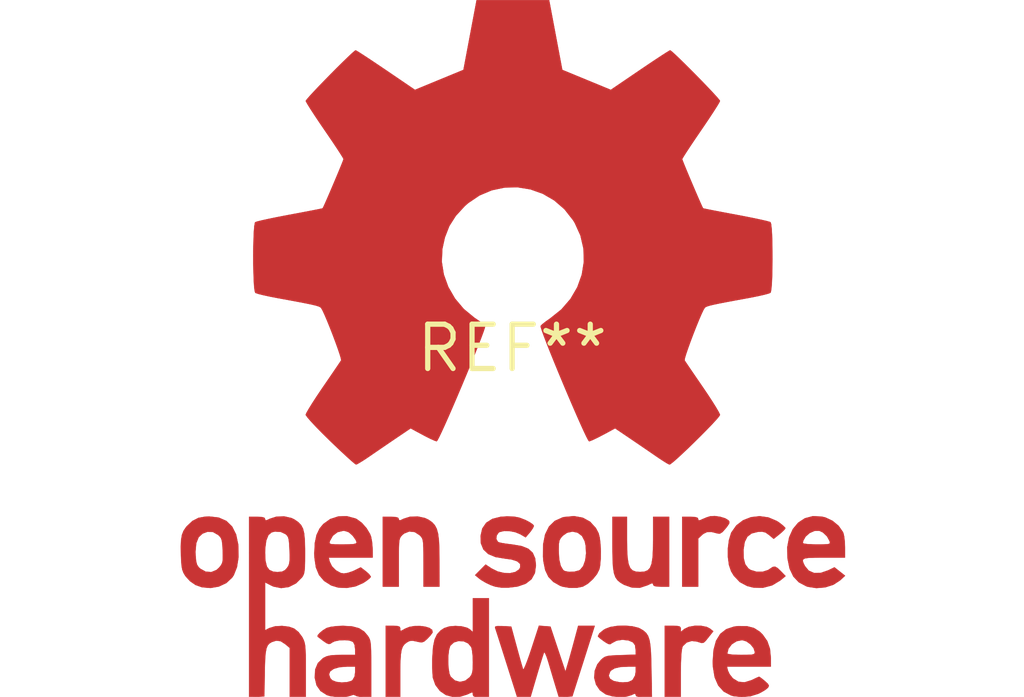
<source format=kicad_pcb>
(kicad_pcb (version 20240108) (generator pcbnew)
  (layers (0 "F.Cu" signal) (31 "B.Cu" signal) (34 "B.Paste" user) (35 "F.Paste" user) (36 "B.SilkS" user "B.Silkscreen") (37 "F.SilkS" user "F.Silkscreen") (38 "B.Mask" user) (39 "F.Mask" user) (44 "Edge.Cuts" user))
  (net 0 "")
  (footprint "OSHW-Logo_19x20mm_Copper" (layer "F.Cu") (at 0 0)
    (property "Reference" "REF**")
    (property "Value" "OSHW-Logo_19x20mm_Copper")
    (fp_poly (pts (xy 5.958869 4.828231) (xy 6.102092 4.871989) (xy 6.194306 4.92728) (xy 6.224344 4.971004) (xy 6.216076 5.022834) (xy 6.162427 5.104259) (xy 6.117063 5.161927) (xy 6.023546 5.266182) (xy 5.953287 5.310045) (xy 5.893393 5.307182) (xy 5.71572 5.261967) (xy 5.585234 5.26402) (xy 5.479273 5.315261) (xy 5.4437 5.345252) (xy 5.329836 5.450778) (xy 5.329836 6.828853) (xy 4.871803 6.828853) (xy 4.871803 4.830164) (xy 5.10082 4.830164) (xy 5.238318 4.835602) (xy 5.309258 4.854909) (xy 5.329827 4.892576) (xy 5.329836 4.893692) (xy 5.33955 4.933146) (xy 5.383478 4.928) (xy 5.444344 4.899536) (xy 5.570054 4.846569) (xy 5.672134 4.814703) (xy 5.80348 4.806533) (xy 5.958869 4.828231)) (layer "F.Cu") (stroke (width 0.01)) (fill solid))
    (fp_poly (pts (xy 5.415107 7.95246) (xy 5.575182 7.984017) (xy 5.666312 8.030743) (xy 5.762179 8.10837) (xy 5.625787 8.280579) (xy 5.541694 8.384867) (xy 5.484592 8.435746) (xy 5.427844 8.443519) (xy 5.344811 8.418488) (xy 5.305833 8.404327) (xy 5.146926 8.383433) (xy 5.001399 8.42822) (xy 4.89456 8.529399) (xy 4.877205 8.561659) (xy 4.858303 8.647115) (xy 4.843716 8.804606) (xy 4.834126 9.022969) (xy 4.830219 9.291038) (xy 4.830164 9.329172) (xy 4.830164 9.993443) (xy 4.372131 9.993443) (xy 4.372131 7.953115) (xy 4.601148 7.953115) (xy 4.733199 7.956563) (xy 4.801992 7.971907) (xy 4.82743 8.006648) (xy 4.830164 8.039416) (xy 4.830164 8.125717) (xy 4.939878 8.039416) (xy 5.06568 7.980538) (xy 5.234681 7.951426) (xy 5.415107 7.95246)) (layer "F.Cu") (stroke (width 0.01)) (fill solid))
    (fp_poly (pts (xy -3.289475 7.95754) (xy -3.227163 7.976218) (xy -3.207075 8.017255) (xy -3.20623 8.035782) (xy -3.202625 8.087383) (xy -3.1778 8.095484) (xy -3.110737 8.060108) (xy -3.070902 8.035937) (xy -2.945227 7.984175) (xy -2.795123 7.958581) (xy -2.637737 7.956613) (xy -2.490214 7.975729) (xy -2.3697 8.013387) (xy -2.29334 8.067044) (xy -2.278281 8.134158) (xy -2.285881 8.152333) (xy -2.341282 8.227777) (xy -2.42719 8.320568) (xy -2.442728 8.335568) (xy -2.524612 8.40454) (xy -2.595263 8.426825) (xy -2.694068 8.411272) (xy -2.733652 8.400938) (xy -2.856828 8.376116) (xy -2.943436 8.387278) (xy -3.016576 8.426646) (xy -3.083574 8.479479) (xy -3.132918 8.545924) (xy -3.167209 8.638652) (xy -3.189048 8.770334) (xy -3.201034 8.953641) (xy -3.205769 9.201246) (xy -3.20623 9.350744) (xy -3.20623 9.993443) (xy -3.622623 9.993443) (xy -3.622623 7.953115) (xy -3.414426 7.953115) (xy -3.289475 7.95754)) (layer "F.Cu") (stroke (width 0.01)) (fill solid))
    (fp_poly (pts (xy 3.289508 5.478311) (xy 3.293444 5.783698) (xy 3.307823 6.01566) (xy 3.336504 6.183786) (xy 3.383348 6.297671) (xy 3.452211 6.366905) (xy 3.546954 6.40108) (xy 3.664262 6.409811) (xy 3.787123 6.400028) (xy 3.880444 6.364287) (xy 3.948084 6.292995) (xy 3.993901 6.176561) (xy 4.021755 6.005391) (xy 4.035504 5.769896) (xy 4.039016 5.478311) (xy 4.039016 4.830164) (xy 4.497049 4.830164) (xy 4.497049 6.828853) (xy 4.268033 6.828853) (xy 4.129971 6.823258) (xy 4.058878 6.803611) (xy 4.039016 6.766313) (xy 4.027054 6.733094) (xy 3.979447 6.740121) (xy 3.883485 6.787132) (xy 3.663548 6.859654) (xy 3.430274 6.854516) (xy 3.206755 6.775766) (xy 3.100313 6.713558) (xy 3.019122 6.646204) (xy 2.959808 6.561928) (xy 2.918996 6.448957) (xy 2.893312 6.295515) (xy 2.879381 6.089827) (xy 2.873829 5.820118) (xy 2.873115 5.611551) (xy 2.873115 4.830164) (xy 3.289508 4.830164) (xy 3.289508 5.478311)) (layer "F.Cu") (stroke (width 0.01)) (fill solid))
    (fp_poly (pts (xy -2.496892 4.864563) (xy -2.39326 4.914062) (xy -2.292894 4.985561) (xy -2.216432 5.067853) (xy -2.160738 5.172811) (xy -2.122677 5.312313) (xy -2.099115 5.498233) (xy -2.086915 5.742448) (xy -2.082944 6.056833) (xy -2.082882 6.089754) (xy -2.081967 6.828853) (xy -2.54 6.828853) (xy -2.54 6.147481) (xy -2.540326 5.89505) (xy -2.542581 5.712093) (xy -2.548681 5.584807) (xy -2.560541 5.499386) (xy -2.580076 5.442026) (xy -2.609203 5.398924) (xy -2.649776 5.356334) (xy -2.791731 5.264824) (xy -2.946694 5.247843) (xy -3.094323 5.305701) (xy -3.145663 5.348763) (xy -3.183353 5.389249) (xy -3.210413 5.432607) (xy -3.228603 5.492463) (xy -3.239684 5.582441) (xy -3.245414 5.716168) (xy -3.247556 5.90727) (xy -3.247869 6.139911) (xy -3.247869 6.828853) (xy -3.705902 6.828853) (xy -3.705902 4.830164) (xy -3.476885 4.830164) (xy -3.339386 4.835602) (xy -3.268447 4.854909) (xy -3.247878 4.892576) (xy -3.247869 4.893692) (xy -3.238325 4.930581) (xy -3.196233 4.926395) (xy -3.112541 4.885861) (xy -2.922727 4.826224) (xy -2.705599 4.819591) (xy -2.496892 4.864563)) (layer "F.Cu") (stroke (width 0.01)) (fill solid))
    (fp_poly (pts (xy 7.342288 4.847602) (xy 7.583543 4.95009) (xy 7.659531 4.999981) (xy 7.756648 5.076651) (xy 7.817612 5.136936) (xy 7.828197 5.156571) (xy 7.798308 5.200142) (xy 7.721819 5.274077) (xy 7.660582 5.325679) (xy 7.492967 5.460378) (xy 7.360614 5.34901) (xy 7.258336 5.277113) (xy 7.15861 5.252296) (xy 7.044475 5.258357) (xy 6.863234 5.303418) (xy 6.738475 5.396949) (xy 6.662658 5.548154) (xy 6.62824 5.766236) (xy 6.628231 5.766373) (xy 6.631208 6.010124) (xy 6.677467 6.188966) (xy 6.769742 6.31073) (xy 6.83265 6.351964) (xy 6.999717 6.403311) (xy 7.178162 6.403342) (xy 7.333415 6.353522) (xy 7.370164 6.32918) (xy 7.46233 6.267004) (xy 7.534387 6.256813) (xy 7.612102 6.303092) (xy 7.698018 6.386212) (xy 7.834011 6.526521) (xy 7.683023 6.650978) (xy 7.44974 6.791443) (xy 7.186673 6.860666) (xy 6.91176 6.855653) (xy 6.731216 6.809755) (xy 6.520194 6.696249) (xy 6.351426 6.517685) (xy 6.274753 6.391639) (xy 6.212654 6.210791) (xy 6.181581 5.981745) (xy 6.181342 5.73351) (xy 6.211743 5.495093) (xy 6.272592 5.295503) (xy 6.282176 5.275039) (xy 6.424102 5.074341) (xy 6.616259 4.928217) (xy 6.843464 4.839698) (xy 7.090535 4.811815) (xy 7.342288 4.847602)) (layer "F.Cu") (stroke (width 0.01)) (fill solid))
    (fp_poly (pts (xy 2.022521 4.854805) (xy 2.233136 4.969505) (xy 2.397915 5.150574) (xy 2.475554 5.297838) (xy 2.508886 5.427907) (xy 2.530483 5.613333) (xy 2.539739 5.826939) (xy 2.536045 6.04155) (xy 2.518794 6.229991) (xy 2.498643 6.330637) (xy 2.430667 6.468323) (xy 2.312942 6.614566) (xy 2.171065 6.742452) (xy 2.030632 6.825063) (xy 2.027207 6.826373) (xy 1.852945 6.862472) (xy 1.646427 6.863365) (xy 1.450174 6.830501) (xy 1.374396 6.804161) (xy 1.179221 6.693484) (xy 1.039438 6.548478) (xy 0.947599 6.356503) (xy 0.896254 6.10492) (xy 0.884637 5.973142) (xy 0.886119 5.807553) (xy 1.332459 5.807553) (xy 1.347494 6.049177) (xy 1.390772 6.233303) (xy 1.459551 6.350949) (xy 1.50855 6.38459) (xy 1.634093 6.40805) (xy 1.783318 6.401104) (xy 1.912333 6.367345) (xy 1.946166 6.348772) (xy 2.035428 6.240599) (xy 2.094345 6.075051) (xy 2.119424 5.873581) (xy 2.107174 5.657646) (xy 2.079796 5.52769) (xy 2.001191 5.377191) (xy 1.877104 5.283114) (xy 1.727661 5.250587) (xy 1.572987 5.284738) (xy 1.454174 5.368273) (xy 1.391735 5.437193) (xy 1.355293 5.505126) (xy 1.337923 5.597064) (xy 1.332699 5.737999) (xy 1.332459 5.807553) (xy 0.886119 5.807553) (xy 0.887785 5.621495) (xy 0.945056 5.333134) (xy 1.056457 5.108049) (xy 1.221993 4.94623) (xy 1.44167 4.847666) (xy 1.488842 4.836236) (xy 1.772336 4.809406) (xy 2.022521 4.854805)) (layer "F.Cu") (stroke (width 0.01)) (fill solid))
    (fp_poly (pts (xy 1.096942 7.973935) (xy 1.312248 8.619344) (xy 1.527555 9.264754) (xy 1.595064 9.035738) (xy 1.635691 8.894204) (xy 1.689133 8.702936) (xy 1.746842 8.492693) (xy 1.777355 8.379918) (xy 1.892136 7.953115) (xy 2.365687 7.953115) (xy 2.224139 8.400738) (xy 2.154433 8.620903) (xy 2.070223 8.886471) (xy 1.982281 9.163492) (xy 1.903772 9.410492) (xy 1.724952 9.972623) (xy 1.531882 9.985185) (xy 1.338811 9.997746) (xy 1.234118 9.65207) (xy 1.169553 9.437335) (xy 1.099092 9.200604) (xy 1.037511 8.991526) (xy 1.035081 8.983205) (xy 0.989085 8.841537) (xy 0.948503 8.744874) (xy 0.92008 8.708321) (xy 0.914239 8.712549) (xy 0.893738 8.769217) (xy 0.854785 8.890605) (xy 0.802122 9.061448) (xy 0.740491 9.266482) (xy 0.707143 9.379262) (xy 0.526546 9.993443) (xy 0.143267 9.993443) (xy -0.163133 9.025328) (xy -0.249209 8.753759) (xy -0.32762 8.507138) (xy -0.394661 8.297048) (xy -0.446631 8.135076) (xy -0.479826 8.032808) (xy -0.489916 8.002928) (xy -0.481928 7.972334) (xy -0.419208 7.958935) (xy -0.288685 7.960275) (xy -0.268253 7.961288) (xy -0.026208 7.973935) (xy 0.132317 8.556885) (xy 0.190585 8.769486) (xy 0.242655 8.956377) (xy 0.283944 9.101331) (xy 0.309866 9.18812) (xy 0.314656 9.202269) (xy 0.334504 9.185998) (xy 0.37453 9.101697) (xy 0.430138 8.960842) (xy 0.496731 8.774911) (xy 0.553024 8.606956) (xy 0.767578 7.949209) (xy 1.096942 7.973935)) (layer "F.Cu") (stroke (width 0.01)) (fill solid))
    (fp_poly (pts (xy -8.40539 4.851802) (xy -8.187553 4.948108) (xy -8.022184 5.108919) (xy -7.909043 5.334482) (xy -7.847888 5.625042) (xy -7.843505 5.670408) (xy -7.84007 5.990256) (xy -7.884602 6.270614) (xy -7.974391 6.497847) (xy -8.022471 6.570941) (xy -8.189945 6.725643) (xy -8.403232 6.825838) (xy -8.641846 6.867418) (xy -8.885303 6.846272) (xy -9.07037 6.781145) (xy -9.229521 6.671393) (xy -9.359596 6.527496) (xy -9.361846 6.52413) (xy -9.41467 6.435314) (xy -9.448999 6.346005) (xy -9.469788 6.233294) (xy -9.481991 6.074273) (xy -9.487367 5.943868) (xy -9.489605 5.825611) (xy -9.073294 5.825611) (xy -9.069225 5.943335) (xy -9.054455 6.100049) (xy -9.028398 6.200621) (xy -8.981407 6.272173) (xy -8.937397 6.313971) (xy -8.781377 6.401484) (xy -8.618131 6.413179) (xy -8.466096 6.350212) (xy -8.39008 6.279653) (xy -8.335303 6.20855) (xy -8.303263 6.140512) (xy -8.2892 6.051967) (xy -8.288358 5.919339) (xy -8.292691 5.797195) (xy -8.302011 5.62271) (xy -8.316788 5.509538) (xy -8.34342 5.435721) (xy -8.388309 5.379298) (xy -8.42388 5.34705) (xy -8.572671 5.26234) (xy -8.733187 5.258117) (xy -8.86778 5.308292) (xy -8.9826 5.413075) (xy -9.051004 5.585198) (xy -9.073294 5.825611) (xy -9.489605 5.825611) (xy -9.492276 5.684548) (xy -9.483893 5.49061) (xy -9.458772 5.344745) (xy -9.413468 5.229641) (xy -9.344536 5.127986) (xy -9.318978 5.097802) (xy -9.159175 4.947412) (xy -8.987769 4.859566) (xy -8.778151 4.822762) (xy -8.675936 4.819754) (xy -8.40539 4.851802)) (layer "F.Cu") (stroke (width 0.01)) (fill solid))
    (fp_poly (pts (xy -0.66623 9.993443) (xy -0.895246 9.993443) (xy -1.028175 9.989546) (xy -1.097405 9.973407) (xy -1.122332 9.938354) (xy -1.124262 9.914653) (xy -1.128466 9.867123) (xy -1.154974 9.858008) (xy -1.224633 9.887308) (xy -1.278804 9.914653) (xy -1.486777 9.979451) (xy -1.712853 9.983201) (xy -1.896655 9.934873) (xy -2.067813 9.818118) (xy -2.198284 9.645781) (xy -2.269727 9.442506) (xy -2.271546 9.431141) (xy -2.282161 9.307136) (xy -2.28744 9.129117) (xy -2.287016 8.99448) (xy -1.832172 8.99448) (xy -1.821635 9.173428) (xy -1.797666 9.320924) (xy -1.765217 9.404217) (xy -1.642456 9.518041) (xy -1.496701 9.558845) (xy -1.346393 9.525848) (xy -1.217951 9.427422) (xy -1.169308 9.361224) (xy -1.140866 9.282231) (xy -1.127544 9.166926) (xy -1.124262 8.993736) (xy -1.130135 8.822229) (xy -1.145647 8.67154) (xy -1.167638 8.570698) (xy -1.171303 8.561659) (xy -1.259988 8.454195) (xy -1.389428 8.395195) (xy -1.534257 8.385669) (xy -1.669109 8.426626) (xy -1.768617 8.519076) (xy -1.77894 8.537473) (xy -1.81125 8.649646) (xy -1.828852 8.810934) (xy -1.832172 8.99448) (xy -2.287016 8.99448) (xy -2.2868 8.926212) (xy -2.283806 8.81701) (xy -2.263442 8.546856) (xy -2.221117 8.344024) (xy -2.150706 8.194077) (xy -2.046088 8.082579) (xy -1.944521 8.017127) (xy -1.802616 7.971117) (xy -1.626121 7.955336) (xy -1.445393 7.96819) (xy -1.290787 8.008081) (xy -1.209101 8.055801) (xy -1.124262 8.132579) (xy -1.124262 7.161967) (xy -0.66623 7.161967) (xy -0.66623 9.993443)) (layer "F.Cu") (stroke (width 0.01)) (fill solid))
    (fp_poly (pts (xy 8.867792 4.823019) (xy 8.974414 4.848922) (xy 9.17883 4.943772) (xy 9.353625 5.088633) (xy 9.474597 5.26232) (xy 9.491217 5.301317) (xy 9.514016 5.403465) (xy 9.529975 5.554573) (xy 9.53541 5.707301) (xy 9.53541 5.996066) (xy 8.931639 5.996066) (xy 8.682619 5.997007) (xy 8.507189 6.002723) (xy 8.395665 6.01755) (xy 8.33836 6.045827) (xy 8.325588 6.09189) (xy 8.347662 6.160077) (xy 8.387205 6.239863) (xy 8.497509 6.373017) (xy 8.650792 6.439355) (xy 8.838141 6.437194) (xy 9.050363 6.364991) (xy 9.233773 6.275883) (xy 9.385962 6.39622) (xy 9.538151 6.516558) (xy 9.394974 6.648843) (xy 9.203828 6.773832) (xy 8.968753 6.849189) (xy 8.715898 6.870278) (xy 8.471413 6.83246) (xy 8.431967 6.819628) (xy 8.21709 6.707414) (xy 8.05725 6.540118) (xy 7.94908 6.312748) (xy 7.88921 6.020308) (xy 7.888513 6.01404) (xy 7.883152 5.695332) (xy 7.904823 5.581632) (xy 8.327869 5.581632) (xy 8.366722 5.599116) (xy 8.472205 5.612508) (xy 8.627707 5.620155) (xy 8.726249 5.621312) (xy 8.910013 5.620588) (xy 9.024914 5.615983) (xy 9.085366 5.603848) (xy 9.105783 5.58053) (xy 9.100581 5.542382) (xy 9.096217 5.527623) (xy 9.021724 5.388944) (xy 8.904566 5.277179) (xy 8.801173 5.228066) (xy 8.663816 5.231032) (xy 8.524629 5.292278) (xy 8.407874 5.393683) (xy 8.33781 5.517122) (xy 8.327869 5.581632) (xy 7.904823 5.581632) (xy 7.936579 5.41502) (xy 8.042572 5.17978) (xy 8.194911 4.996284) (xy 8.387374 4.871209) (xy 8.613742 4.811229) (xy 8.867792 4.823019)) (layer "F.Cu") (stroke (width 0.01)) (fill solid))
    (fp_poly (pts (xy 0.046418 4.823003) (xy 0.2041 4.852907) (xy 0.367685 4.915452) (xy 0.385164 4.923426) (xy 0.509217 4.988656) (xy 0.595129 5.049274) (xy 0.622898 5.088106) (xy 0.596453 5.151437) (xy 0.53222 5.244881) (xy 0.503708 5.279762) (xy 0.386211 5.417066) (xy 0.234732 5.327691) (xy 0.09057 5.268152) (xy -0.076 5.236326) (xy -0.235738 5.234316) (xy -0.359406 5.264221) (xy -0.389084 5.282886) (xy -0.445602 5.368466) (xy -0.452471 5.467049) (xy -0.41018 5.544062) (xy -0.385164 5.558998) (xy -0.310204 5.577547) (xy -0.178439 5.599348) (xy -0.016009 5.62018) (xy 0.013956 5.623447) (xy 0.27484 5.668575) (xy 0.464055 5.74523) (xy 0.589543 5.860491) (xy 0.659243 6.021435) (xy 0.680956 6.218015) (xy 0.650961 6.441473) (xy 0.553559 6.616949) (xy 0.388361 6.744758) (xy 0.154977 6.825218) (xy -0.104098 6.856962) (xy -0.315367 6.85658) (xy -0.486735 6.827749) (xy -0.60377 6.787944) (xy -0.75165 6.718587) (xy -0.888313 6.638097) (xy -0.936885 6.60267) (xy -1.061803 6.500705) (xy -0.760491 6.195813) (xy -0.589204 6.309165) (xy -0.417406 6.3943) (xy -0.233952 6.43883) (xy -0.057603 6.443528) (xy 0.092881 6.40917) (xy 0.19874 6.336529) (xy 0.232921 6.275238) (xy 0.227794 6.176941) (xy 0.142857 6.101773) (xy -0.021657 6.049866) (xy -0.201899 6.025875) (xy -0.479291 5.980104) (xy -0.685365 5.893748) (xy -0.822878 5.76428) (xy -0.894587 5.589172) (xy -0.904521 5.381565) (xy -0.855452 5.164714) (xy -0.74358 5.000805) (xy -0.567903 4.889088) (xy -0.327419 4.828814) (xy -0.149257 4.816999) (xy 0.046418 4.823003)) (layer "F.Cu") (stroke (width 0.01)) (fill solid))
    (fp_poly (pts (xy 6.730842 7.963999) (xy 6.929876 8.015746) (xy 7.096561 8.122544) (xy 7.177269 8.202326) (xy 7.309568 8.390931) (xy 7.38539 8.60972) (xy 7.411438 8.878668) (xy 7.411571 8.90041) (xy 7.411803 9.119017) (xy 6.153595 9.119017) (xy 6.180415 9.233525) (xy 6.228841 9.337232) (xy 6.313596 9.44529) (xy 6.331323 9.462541) (xy 6.48368 9.555904) (xy 6.657424 9.571738) (xy 6.857411 9.510313) (xy 6.891311 9.493771) (xy 6.995288 9.443484) (xy 7.064931 9.414834) (xy 7.077083 9.412184) (xy 7.119501 9.437913) (xy 7.200399 9.500861) (xy 7.241465 9.535259) (xy 7.32656 9.614276) (xy 7.354503 9.666451) (xy 7.33511 9.714446) (xy 7.324743 9.72757) (xy 7.254531 9.785008) (xy 7.138674 9.854813) (xy 7.057869 9.895564) (xy 6.828501 9.967362) (xy 6.574564 9.990625) (xy 6.334074 9.963059) (xy 6.266721 9.943321) (xy 6.058262 9.831612) (xy 5.903746 9.659721) (xy 5.802278 9.425979) (xy 5.752965 9.128716) (xy 5.747551 8.973279) (xy 5.763359 8.746973) (xy 6.162623 8.746973) (xy 6.20124 8.763702) (xy 6.305042 8.776829) (xy 6.455956 8.784575) (xy 6.558197 8.785902) (xy 6.742101 8.784623) (xy 6.858174 8.778638) (xy 6.921852 8.764724) (xy 6.948567 8.739655) (xy 6.95377 8.70328) (xy 6.918073 8.591229) (xy 6.828196 8.480488) (xy 6.709966 8.395489) (xy 6.59169 8.360718) (xy 6.431044 8.391563) (xy 6.291978 8.480732) (xy 6.195557 8.609263) (xy 6.162623 8.746973) (xy 5.763359 8.746973) (xy 5.770572 8.643733) (xy 5.841624 8.381175) (xy 5.96221 8.183525) (xy 6.133834 8.048702) (xy 6.357998 7.974626) (xy 6.479438 7.96036) (xy 6.730842 7.963999)) (layer "F.Cu") (stroke (width 0.01)) (fill solid))
    (fp_poly (pts (xy -4.492675 4.876526) (xy -4.451181 4.896061) (xy -4.307566 5.001263) (xy -4.171764 5.154793) (xy -4.070362 5.323845) (xy -4.04152 5.401567) (xy -4.015206 5.540398) (xy -3.999515 5.708177) (xy -3.997609 5.777459) (xy -3.997377 5.996066) (xy -5.255585 5.996066) (xy -5.228766 6.110574) (xy -5.162934 6.246004) (xy -5.047839 6.363046) (xy -4.910913 6.438442) (xy -4.823658 6.454098) (xy -4.705328 6.435099) (xy -4.564149 6.387446) (xy -4.516189 6.365521) (xy -4.338829 6.276944) (xy -4.18747 6.392391) (xy -4.100131 6.470474) (xy -4.053658 6.534922) (xy -4.051305 6.553837) (xy -4.092822 6.599681) (xy -4.18381 6.669349) (xy -4.266395 6.7237) (xy -4.489249 6.821405) (xy -4.739087 6.865628) (xy -4.98671 6.85413) (xy -5.184098 6.794029) (xy -5.387576 6.665284) (xy -5.532179 6.495774) (xy -5.622639 6.276462) (xy -5.663689 5.998309) (xy -5.667329 5.871034) (xy -5.652761 5.579375) (xy -5.650972 5.570891) (xy -5.234059 5.570891) (xy -5.222577 5.598242) (xy -5.175384 5.613324) (xy -5.078049 5.619788) (xy -4.916136 5.621285) (xy -4.85379 5.621312) (xy -4.664103 5.619052) (xy -4.543811 5.610844) (xy -4.479116 5.59455) (xy -4.45622 5.568027) (xy -4.45541 5.55951) (xy -4.48154 5.491825) (xy -4.546937 5.397005) (xy -4.575052 5.363805) (xy -4.679426 5.269906) (xy -4.788225 5.232988) (xy -4.846843 5.229902) (xy -5.005426 5.268493) (xy -5.138413 5.372155) (xy -5.222772 5.522717) (xy -5.224267 5.527623) (xy -5.234059 5.570891) (xy -5.650972 5.570891) (xy -5.604316 5.349722) (xy -5.517045 5.165983) (xy -5.410311 5.035557) (xy -5.21298 4.894131) (xy -4.981015 4.818556) (xy -4.734288 4.811724) (xy -4.492675 4.876526)) (layer "F.Cu") (stroke (width 0.01)) (fill solid))
    (fp_poly (pts (xy 3.43867 7.96548) (xy 3.614179 8.008109) (xy 3.664912 8.030693) (xy 3.763254 8.089847) (xy 3.838727 8.156472) (xy 3.894571 8.242135) (xy 3.934026 8.358405) (xy 3.960332 8.516848) (xy 3.976729 8.729034) (xy 3.986457 9.006529) (xy 3.990151 9.191885) (xy 4.003745 9.993443) (xy 3.771544 9.993443) (xy 3.630677 9.987536) (xy 3.558102 9.96735) (xy 3.539344 9.933453) (xy 3.529441 9.896799) (xy 3.485166 9.903807) (xy 3.424836 9.933197) (xy 3.273803 9.978246) (xy 3.079693 9.990385) (xy 2.875531 9.970529) (xy 2.69434 9.919592) (xy 2.678089 9.912522) (xy 2.512491 9.796188) (xy 2.403324 9.634467) (xy 2.353091 9.44543) (xy 2.356928 9.377515) (xy 2.766763 9.377515) (xy 2.802875 9.468914) (xy 2.909942 9.534411) (xy 3.082684 9.569563) (xy 3.175 9.574231) (xy 3.32885 9.562282) (xy 3.431115 9.515844) (xy 3.456066 9.493771) (xy 3.523661 9.373681) (xy 3.539344 9.264754) (xy 3.539344 9.119017) (xy 3.336352 9.119017) (xy 3.100387 9.131043) (xy 2.934881 9.168871) (xy 2.830305 9.235121) (xy 2.806891 9.264656) (xy 2.766763 9.377515) (xy 2.356928 9.377515) (xy 2.364295 9.247148) (xy 2.43944 9.057692) (xy 2.541968 8.929656) (xy 2.604065 8.874302) (xy 2.664855 8.837924) (xy 2.743952 8.815744) (xy 2.860971 8.802982) (xy 3.035527 8.794857) (xy 3.104763 8.792521) (xy 3.539344 8.778321) (xy 3.538707 8.646784) (xy 3.521876 8.508519) (xy 3.461026 8.424917) (xy 3.338095 8.371507) (xy 3.334797 8.370555) (xy 3.160504 8.349555) (xy 2.989952 8.376985) (xy 2.8632 8.443689) (xy 2.812342 8.476625) (xy 2.757565 8.472068) (xy 2.673272 8.424349) (xy 2.623773 8.390671) (xy 2.526955 8.318716) (xy 2.466982 8.264779) (xy 2.457359 8.249337) (xy 2.496985 8.169424) (xy 2.614064 8.073989) (xy 2.664918 8.041789) (xy 2.811113 7.986332) (xy 3.008137 7.954913) (xy 3.226989 7.947855) (xy 3.43867 7.96548)) (layer "F.Cu") (stroke (width 0.01)) (fill solid))
    (fp_poly (pts (xy -4.583779 7.969247) (xy -4.387889 8.021514) (xy -4.238767 8.116253) (xy -4.133535 8.240338) (xy -4.100821 8.293296) (xy -4.076669 8.348768) (xy -4.059784 8.41973) (xy -4.048873 8.519154) (xy -4.04264 8.660016) (xy -4.039791 8.855289) (xy -4.039032 9.117948) (xy -4.039016 9.187633) (xy -4.039016 9.993443) (xy -4.238885 9.993443) (xy -4.36637 9.984515) (xy -4.460634 9.961896) (xy -4.484251 9.947946) (xy -4.548815 9.92387) (xy -4.614759 9.947946) (xy -4.723332 9.978003) (xy -4.881042 9.9901) (xy -5.055844 9.984851) (xy -5.215693 9.962869) (xy -5.309016 9.934663) (xy -5.489609 9.818731) (xy -5.60247 9.657847) (xy -5.653209 9.443936) (xy -5.65368 9.438443) (xy -5.649227 9.343547) (xy -5.246557 9.343547) (xy -5.211354 9.451484) (xy -5.154014 9.512229) (xy -5.038913 9.558172) (xy -4.886986 9.576512) (xy -4.732061 9.567485) (xy -4.607964 9.531332) (xy -4.573197 9.508137) (xy -4.512444 9.40096) (xy -4.497049 9.27912) (xy -4.497049 9.119017) (xy -4.727403 9.119017) (xy -4.946241 9.135863) (xy -5.112137 9.183593) (xy -5.215338 9.257986) (xy -5.246557 9.343547) (xy -5.649227 9.343547) (xy -5.642713 9.204731) (xy -5.565631 9.019946) (xy -5.420714 8.880206) (xy -5.400683 8.867495) (xy -5.31461 8.826105) (xy -5.208073 8.801041) (xy -5.059141 8.788858) (xy -4.882213 8.786057) (xy -4.497049 8.785902) (xy -4.497049 8.624443) (xy -4.513387 8.499168) (xy -4.555078 8.415241) (xy -4.559959 8.410773) (xy -4.652736 8.374059) (xy -4.792784 8.359828) (xy -4.947555 8.366821) (xy -5.084499 8.39378) (xy -5.165759 8.434212) (xy -5.20979 8.466601) (xy -5.256285 8.472784) (xy -5.320451 8.446248) (xy -5.417495 8.380479) (xy -5.562626 8.268963) (xy -5.575947 8.258516) (xy -5.569121 8.219862) (xy -5.512178 8.155572) (xy -5.42563 8.084131) (xy -5.329992 8.024021) (xy -5.299944 8.009827) (xy -5.190341 7.981503) (xy -5.029735 7.9613) (xy -4.850302 7.953196) (xy -4.841911 7.95318) (xy -4.583779 7.969247)) (layer "F.Cu") (stroke (width 0.01)) (fill solid))
    (fp_poly (pts (xy -6.320808 4.865166) (xy -6.233015 4.90854) (xy -6.124751 4.984122) (xy -6.045845 5.066542) (xy -5.991805 5.170037) (xy -5.958141 5.308843) (xy -5.940363 5.497194) (xy -5.93398 5.749328) (xy -5.933607 5.857724) (xy -5.934696 6.095287) (xy -5.939222 6.265068) (xy -5.949068 6.38255) (xy -5.966118 6.463215) (xy -5.992259 6.522545) (xy -6.019458 6.56302) (xy -6.19308 6.735225) (xy -6.397538 6.838806) (xy -6.618104 6.86996) (xy -6.840046 6.824885) (xy -6.91036 6.793009) (xy -7.078689 6.705271) (xy -7.078689 8.080172) (xy -6.955838 8.016643) (xy -6.793967 7.967491) (xy -6.595005 7.9549) (xy -6.396328 7.978147) (xy -6.24629 8.03037) (xy -6.121841 8.129826) (xy -6.015508 8.272143) (xy -6.007513 8.286755) (xy -5.973793 8.355582) (xy -5.949166 8.424956) (xy -5.932214 8.508996) (xy -5.921519 8.621816) (xy -5.915662 8.777533) (xy -5.913227 8.990265) (xy -5.912787 9.229664) (xy -5.912787 9.993443) (xy -6.37082 9.993443) (xy -6.37082 8.585108) (xy -6.498933 8.477308) (xy -6.632018 8.391079) (xy -6.758048 8.375401) (xy -6.884778 8.415747) (xy -6.952317 8.455254) (xy -7.002586 8.511527) (xy -7.038338 8.596572) (xy -7.062328 8.722394) (xy -7.077311 8.900998) (xy -7.08604 9.144391) (xy -7.089114 9.306394) (xy -7.099508 9.972623) (xy -7.318115 9.985209) (xy -7.536721 9.997795) (xy -7.536721 5.863464) (xy -7.078689 5.863464) (xy -7.067011 6.093953) (xy -7.027662 6.25395) (xy -6.954166 6.353497) (xy -6.840049 6.402639) (xy -6.724754 6.412459) (xy -6.594238 6.401175) (xy -6.507617 6.356764) (xy -6.453451 6.298081) (xy -6.41081 6.234962) (xy -6.385426 6.164645) (xy -6.374131 6.066123) (xy -6.37376 5.918387) (xy -6.37756 5.794683) (xy -6.386288 5.608328) (xy -6.39928 5.485982) (xy -6.421159 5.408377) (xy -6.456546 5.356245) (xy -6.489941 5.326111) (xy -6.629475 5.260399) (xy -6.794619 5.249787) (xy -6.889446 5.272423) (xy -6.983334 5.352881) (xy -7.045526 5.509392) (xy -7.075669 5.740852) (xy -7.078689 5.863464) (xy -7.536721 5.863464) (xy -7.536721 4.830164) (xy -7.307705 4.830164) (xy -7.170206 4.835602) (xy -7.099267 4.854909) (xy -7.078697 4.892576) (xy -7.078689 4.893692) (xy -7.069145 4.930581) (xy -7.027051 4.926393) (xy -6.943361 4.885859) (xy -6.748354 4.82385) (xy -6.528954 4.817332) (xy -6.320808 4.865166)) (layer "F.Cu") (stroke (width 0.01)) (fill solid))
    (fp_poly (pts (xy 1.248305 -8.97404) (xy 1.436557 -7.975458) (xy 2.131183 -7.689111) (xy 2.825808 -7.402763) (xy 3.659128 -7.969414) (xy 3.892501 -8.127189) (xy 4.103457 -8.268061) (xy 4.282153 -8.385599) (xy 4.418744 -8.473371) (xy 4.503386 -8.524945) (xy 4.526437 -8.536065) (xy 4.567963 -8.507465) (xy 4.656698 -8.428396) (xy 4.782697 -8.308959) (xy 4.936014 -8.159256) (xy 5.106702 -7.989385) (xy 5.284814 -7.809449) (xy 5.460406 -7.629546) (xy 5.62353 -7.459778) (xy 5.764241 -7.310246) (xy 5.872592 -7.191048) (xy 5.938637 -7.112287) (xy 5.954426 -7.085928) (xy 5.931703 -7.037334) (xy 5.867999 -6.930874) (xy 5.770013 -6.776961) (xy 5.644441 -6.586009) (xy 5.497982 -6.368431) (xy 5.413115 -6.244329) (xy 5.258426 -6.017721) (xy 5.12097 -5.81323) (xy 5.007414 -5.641035) (xy 4.924428 -5.511315) (xy 4.878678 -5.434249) (xy 4.871803 -5.418053) (xy 4.887388 -5.372025) (xy 4.929868 -5.26475) (xy 4.992835 -5.111313) (xy 5.069879 -4.926794) (xy 5.15459 -4.726279) (xy 5.240558 -4.524848) (xy 5.321373 -4.337585) (xy 5.390627 -4.179572) (xy 5.441908 -4.065893) (xy 5.468809 -4.01163) (xy 5.470396 -4.009494) (xy 5.512635 -3.999133) (xy 5.625126 -3.976018) (xy 5.796209 -3.942421) (xy 6.014223 -3.900615) (xy 6.267509 -3.852873) (xy 6.415288 -3.825341) (xy 6.685938 -3.77381) (xy 6.930397 -3.724775) (xy 7.1363 -3.680919) (xy 7.291277 -3.644926) (xy 7.382962 -3.619479) (xy 7.401393 -3.611405) (xy 7.419445 -3.556758) (xy 7.43401 -3.433338) (xy 7.445098 -3.255577) (xy 7.452719 -3.037909) (xy 7.456884 -2.794765) (xy 7.457602 -2.540577) (xy 7.454882 -2.28978) (xy 7.448735 -2.056804) (xy 7.439171 -1.856082) (xy 7.426199 -1.702046) (xy 7.409829 -1.60913) (xy 7.400011 -1.589787) (xy 7.341323 -1.566602) (xy 7.216966 -1.533456) (xy 7.04339 -1.494242) (xy 6.837042 -1.452855) (xy 6.765011 -1.439466) (xy 6.417719 -1.375853) (xy 6.143383 -1.324622) (xy 5.932939 -1.283739) (xy 5.777322 -1.251166) (xy 5.667467 -1.224868) (xy 5.594311 -1.202808) (xy 5.548787 -1.182951) (xy 5.521833 -1.163259) (xy 5.518061 -1.159368) (xy 5.480415 -1.096676) (xy 5.422986 -0.974669) (xy 5.351508 -0.808288) (xy 5.271715 -0.612471) (xy 5.189343 -0.40216) (xy 5.110125 -0.192292) (xy 5.039796 0.002191) (xy 4.984089 0.16635) (xy 4.948741 0.285245) (xy 4.939484 0.343936) (xy 4.940256 0.345992) (xy 4.97162 0.393964) (xy 5.042774 0.499516) (xy 5.14624 0.65166) (xy 5.27454 0.83941) (xy 5.420199 1.05178) (xy 5.46168 1.11213) (xy 5.609587 1.330929) (xy 5.739739 1.530562) (xy 5.845045 1.699565) (xy 5.918416 1.826475) (xy 5.952763 1.899829) (xy 5.954426 1.908841) (xy 5.925569 1.956207) (xy 5.845831 2.050042) (xy 5.725462 2.180261) (xy 5.574713 2.336779) (xy 5.403836 2.50951) (xy 5.223079 2.688371) (xy 5.042694 2.863276) (xy 4.872932 3.02414) (xy 4.724042 3.160878) (xy 4.606276 3.263407) (xy 4.529883 3.32164) (xy 4.50875 3.331148) (xy 4.45956 3.308754) (xy 4.358847 3.248356) (xy 4.223017 3.160129) (xy 4.11851 3.089115) (xy 3.929149 2.958811) (xy 3.704899 2.805384) (xy 3.479964 2.652201) (xy 3.359032 2.570218) (xy 2.949704 2.293353) (xy 2.606102 2.479136) (xy 2.449565 2.560523) (xy 2.316454 2.623784) (xy 2.226389 2.659865) (xy 2.203463 2.664885) (xy 2.175895 2.627817) (xy 2.121508 2.523069) (xy 2.044363 2.360303) (xy 1.948518 2.149181) (xy 1.838034 1.899365) (xy 1.716971 1.620517) (xy 1.589389 1.322299) (xy 1.459347 1.014374) (xy 1.330906 0.706404) (xy 1.208126 0.40805) (xy 1.095067 0.128975) (xy 0.995788 -0.121159) (xy 0.914349 -0.33269) (xy 0.854811 -0.495957) (xy 0.821234 -0.601295) (xy 0.815834 -0.637473) (xy 0.858634 -0.683619) (xy 0.952344 -0.758528) (xy 1.077373 -0.846636) (xy 1.087867 -0.853606) (xy 1.41102 -1.112279) (xy 1.671587 -1.414062) (xy 1.86731 -1.749305) (xy 1.995932 -2.108358) (xy 2.055195 -2.481574) (xy 2.042839 -2.8593) (xy 1.956607 -3.231889) (xy 1.794241 -3.58969) (xy 1.746472 -3.667973) (xy 1.498009 -3.984081) (xy 1.204481 -4.237921) (xy 0.876047 -4.428173) (xy 0.522865 -4.553515) (xy 0.155095 -4.612628) (xy -0.217103 -4.604193) (xy -0.583571 -4.526888) (xy -0.934149 -4.379394) (xy -1.258677 -4.16039) (xy -1.359064 -4.071502) (xy -1.614551 -3.793256) (xy -1.800722 -3.500344) (xy -1.92843 -3.172014) (xy -1.999556 -2.846867) (xy -2.017114 -2.481298) (xy -1.958566 -2.113914) (xy -1.829858 -1.757134) (xy -1.636938 -1.423374) (xy -1.385752 -1.125053) (xy -1.082248 -0.874589) (xy -1.04236 -0.848187) (xy -0.915991 -0.761728) (xy -0.819927 -0.686816) (xy -0.774 -0.638985) (xy -0.773332 -0.637473) (xy -0.783192 -0.585733) (xy -0.822278 -0.468304) (xy -0.886528 -0.294846) (xy -0.97188 -0.075021) (xy -1.074273 0.181513) (xy -1.189646 0.465096) (xy -1.313937 0.766067) (xy -1.443084 1.074767) (xy -1.573026 1.381536) (xy -1.699702 1.676714) (xy -1.819049 1.95064) (xy -1.927006 2.193656) (xy -2.019512 2.396101) (xy -2.092504 2.548315) (xy -2.141923 2.640638) (xy -2.161823 2.664885) (xy -2.222634 2.646004) (xy -2.336418 2.595364) (xy -2.483555 2.522017) (xy -2.564462 2.479136) (xy -2.908065 2.293353) (xy -3.317393 2.570218) (xy -3.526346 2.712054) (xy -3.755113 2.868141) (xy -3.969491 3.015109) (xy -4.076871 3.089115) (xy -4.227898 3.190531) (xy -4.355782 3.270898) (xy -4.443842 3.320041) (xy -4.472445 3.330429) (xy -4.514076 3.302405) (xy -4.606211 3.224172) (xy -4.739918 3.103852) (xy -4.906265 2.949568) (xy -5.09632 2.769443) (xy -5.216521 2.65379) (xy -5.426815 2.447167) (xy -5.608556 2.262358) (xy -5.754397 2.10727) (xy -5.856991 1.989807) (xy -5.908991 1.917875) (xy -5.91398 1.903278) (xy -5.890829 1.847753) (xy -5.826854 1.735484) (xy -5.729153 1.577837) (xy -5.60482 1.386179) (xy -5.460954 1.171876) (xy -5.420041 1.11213) (xy -5.270967 0.894982) (xy -5.137225 0.699475) (xy -5.026291 0.536599) (xy -4.945644 0.417337) (xy -4.902759 0.352678) (xy -4.898617 0.345992) (xy -4.904812 0.294462) (xy -4.9377 0.181166) (xy -4.991545 0.021042) (xy -5.060613 -0.170968) (xy -5.139169 -0.379926) (xy -5.22148 -0.590891) (xy -5.301811 -0.788924) (xy -5.374428 -0.959084) (xy -5.433595 -1.086433) (xy -5.47358 -1.156029) (xy -5.476422 -1.159368) (xy -5.500873 -1.179258) (xy -5.542169 -1.198927) (xy -5.609377 -1.220411) (xy -5.711559 -1.245747) (xy -5.857781 -1.276971) (xy -6.057107 -1.316118) (xy -6.318603 -1.365225) (xy -6.651331 -1.426328) (xy -6.723372 -1.439466) (xy -6.936885 -1.480718) (xy -7.123022 -1.521074) (xy -7.265334 -1.556639) (xy -7.347371 -1.58352) (xy -7.358372 -1.589787) (xy -7.376498 -1.645346) (xy -7.391233 -1.769505) (xy -7.402564 -1.947831) (xy -7.410484 -2.165891) (xy -7.414981 -2.409254) (xy -7.416046 -2.663486) (xy -7.41367 -2.914155) (xy -7.407841 -3.146829) (xy -7.398551 -3.347076) (xy -7.385789 -3.500462) (xy -7.369546 -3.592556) (xy -7.359754 -3.611405) (xy -7.305239 -3.630418) (xy -7.181104 -3.66135) (xy -6.999715 -3.701518) (xy -6.77344 -3.748238) (xy -6.514647 -3.798827) (xy -6.373649 -3.825341) (xy -6.106127 -3.87535) (xy -5.867562 -3.920654) (xy -5.669614 -3.958979) (xy -5.523943 -3.988053) (xy -5.442209 -4.005603) (xy -5.428757 -4.009494) (xy -5.406021 -4.053362) (xy -5.35796 -4.159024) (xy -5.290981 -4.311387) (xy -5.21149 -4.495354) (xy -5.125892 -4.69583) (xy -5.040595 -4.897719) (xy -4.962005 -5.085927) (xy -4.896527 -5.245358) (xy -4.850569 -5.360916) (xy -4.830537 -5.417506) (xy -4.830164 -5.419979) (xy -4.852874 -5.464621) (xy -4.916541 -5.567353) (xy -5.014475 -5.717963) (xy -5.139983 -5.906243) (xy -5.286374 -6.121982) (xy -5.371475 -6.245902) (xy -5.526545 -6.473117) (xy -5.664275 -6.679405) (xy -5.777947 -6.854329) (xy -5.860839 -6.987455) (xy -5.906231 -7.068347) (xy -5.912787 -7.08648) (xy -5.884605 -7.128688) (xy -5.806696 -7.218809) (xy -5.68901 -7.346746) (xy -5.5415 -7.502404) (xy -5.374119 -7.675685) (xy -5.196819 -7.856493) (xy -5.019552 -8.034733) (xy -4.85227 -8.200307) (xy -4.704925 -8.34312) (xy -4.58747 -8.453075) (xy -4.509857 -8.520076) (xy -4.483892 -8.536065) (xy -4.441616 -8.513581) (xy -4.340499 -8.450415) (xy -4.190373 -8.352997) (xy -4.00107 -8.227757) (xy -3.782421 -8.081125) (xy -3.617489 -7.969414) (xy -2.784169 -7.402763) (xy -2.089544 -7.689111) (xy -1.394918 -7.975458) (xy -1.206666 -8.97404) (xy -1.018413 -9.972623) (xy 1.060052 -9.972623) (xy 1.248305 -8.97404)) (layer "F.Cu") (stroke (width 0.01)) (fill solid))
  )
)
</source>
